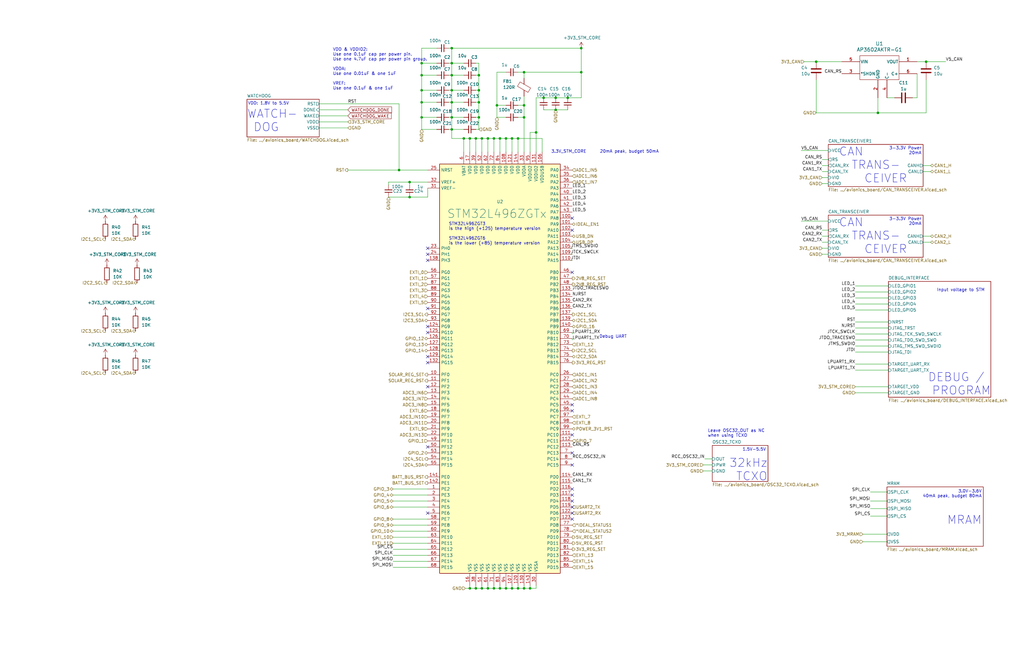
<source format=kicad_sch>
(kicad_sch (version 20231120) (generator "eeschema") (generator_version "8.0")
  (paper "B")
  (title_block (title "PMIC") (date "2020-09-08"))
  (junction (at 177.8 31.75))
  (junction (at 200.66 248.285))
  (junction (at 210.82 248.285))
  (junction (at 370.205 47.625))
  (junction (at 190.5 38.1))
  (junction (at 203.2 248.285))
  (junction (at 195.58 58.42))
  (junction (at 205.74 248.285))
  (junction (at 201.93 38.1))
  (junction (at 215.9 248.285))
  (junction (at 234.315 41.275))
  (junction (at 201.93 31.75))
  (junction (at 200.66 58.42))
  (junction (at 208.28 248.285))
  (junction (at 201.93 49.53))
  (junction (at 190.5 49.53))
  (junction (at 234.315 46.355))
  (junction (at 245.11 30.48))
  (junction (at 213.36 58.42))
  (junction (at 172.72 76.835))
  (junction (at 198.12 248.285))
  (junction (at 168.275 71.755))
  (junction (at 239.395 41.275))
  (junction (at 220.98 49.53))
  (junction (at 198.12 58.42))
  (junction (at 245.11 20.32))
  (junction (at 177.8 38.1))
  (junction (at 208.28 58.42))
  (junction (at 190.5 20.32))
  (junction (at 209.55 44.45))
  (junction (at 223.52 248.285))
  (junction (at 220.98 248.285))
  (junction (at 201.93 43.18))
  (junction (at 190.5 43.18))
  (junction (at 390.525 26.035))
  (junction (at 190.5 54.61))
  (junction (at 210.82 58.42))
  (junction (at 218.44 248.285))
  (junction (at 213.36 248.285))
  (junction (at 220.98 30.48))
  (junction (at 190.5 31.75))
  (junction (at 344.17 26.035))
  (junction (at 203.2 58.42))
  (junction (at 226.06 55.88))
  (junction (at 172.72 83.185))
  (junction (at 190.5 26.67))
  (junction (at 177.8 49.53))
  (junction (at 177.8 43.18))
  (junction (at 218.44 58.42))
  (junction (at 205.74 58.42))
  (junction (at 177.8 26.67))
  (junction (at 229.235 41.275))
  (junction (at 220.98 44.45))
  (junction (at 215.9 58.42))
  (no_connect (at 241.3 170.815))
  (no_connect (at 241.3 183.515))
  (no_connect (at 241.3 211.455))
  (no_connect (at 241.3 213.995))
  (no_connect (at 180.34 109.855))
  (no_connect (at 241.3 97.155))
  (no_connect (at 241.3 208.915))
  (no_connect (at 241.3 173.355))
  (no_connect (at 241.3 196.215))
  (no_connect (at 241.3 206.375))
  (no_connect (at 241.3 219.075))
  (no_connect (at 241.3 92.075))
  (no_connect (at 180.34 150.495))
  (no_connect (at 180.34 216.535))
  (no_connect (at 180.34 188.595))
  (no_connect (at 241.3 216.535))
  (no_connect (at 180.34 153.035))
  (no_connect (at 180.34 107.315))
  (no_connect (at 180.34 104.775))
  (no_connect (at 180.34 163.195))
  (no_connect (at 241.3 191.135))
  (no_connect (at 180.34 140.335))
  (no_connect (at 241.3 114.935))
  (no_connect (at 180.34 137.795))
  (no_connect (at 180.34 130.175))
  (wire (pts (xy 165.735 239.395) (xy 180.34 239.395)))
  (wire (pts (xy 201.93 38.1) (xy 201.93 43.18)))
  (wire (pts (xy 200.66 58.42) (xy 203.2 58.42)))
  (wire (pts (xy 208.28 248.285) (xy 210.82 248.285)))
  (wire (pts (xy 223.52 248.285) (xy 226.06 248.285)))
  (wire (pts (xy 296.545 198.755) (xy 300.355 198.755)))
  (wire (pts (xy 190.5 31.75) (xy 195.58 31.75)))
  (wire (pts (xy 190.5 54.61) (xy 190.5 58.42)))
  (wire (pts (xy 389.255 69.85) (xy 392.43 69.85)))
  (wire (pts (xy 374.65 138.43) (xy 360.68 138.43)))
  (wire (pts (xy 205.74 64.135) (xy 205.74 58.42)))
  (wire (pts (xy 190.5 31.75) (xy 190.5 38.1)))
  (wire (pts (xy 209.55 44.45) (xy 209.55 49.53)))
  (wire (pts (xy 200.66 43.18) (xy 201.93 43.18)))
  (wire (pts (xy 177.8 43.18) (xy 177.8 38.1)))
  (wire (pts (xy 339.09 26.035) (xy 344.17 26.035)))
  (wire (pts (xy 189.23 38.1) (xy 190.5 38.1)))
  (wire (pts (xy 190.5 43.18) (xy 195.58 43.18)))
  (wire (pts (xy 200.66 31.75) (xy 201.93 31.75)))
  (wire (pts (xy 226.06 41.275) (xy 229.235 41.275)))
  (wire (pts (xy 213.36 248.285) (xy 213.36 247.015)))
  (wire (pts (xy 201.93 26.67) (xy 201.93 31.75)))
  (wire (pts (xy 360.68 120.65) (xy 374.65 120.65)))
  (wire (pts (xy 165.735 213.995) (xy 180.34 213.995)))
  (wire (pts (xy 134.62 43.815) (xy 168.275 43.815)))
  (wire (pts (xy 165.735 211.455) (xy 180.34 211.455)))
  (wire (pts (xy 374.65 165.735) (xy 360.68 165.735)))
  (wire (pts (xy 377.19 41.275) (xy 374.015 41.275)))
  (wire (pts (xy 172.72 76.835) (xy 172.72 78.105)))
  (wire (pts (xy 374.65 128.27) (xy 360.68 128.27)))
  (wire (pts (xy 346.71 77.47) (xy 349.25 77.47)))
  (wire (pts (xy 346.71 97.155) (xy 349.25 97.155)))
  (wire (pts (xy 208.28 64.135) (xy 208.28 58.42)))
  (wire (pts (xy 346.71 69.85) (xy 349.25 69.85)))
  (wire (pts (xy 190.5 20.32) (xy 245.11 20.32)))
  (wire (pts (xy 337.82 93.345) (xy 349.25 93.345)))
  (wire (pts (xy 200.66 38.1) (xy 201.93 38.1)))
  (wire (pts (xy 190.5 49.53) (xy 195.58 49.53)))
  (wire (pts (xy 220.98 44.45) (xy 218.44 44.45)))
  (wire (pts (xy 223.52 248.285) (xy 220.98 248.285)))
  (wire (pts (xy 386.715 26.035) (xy 390.525 26.035)))
  (wire (pts (xy 360.68 156.21) (xy 374.65 156.21)))
  (wire (pts (xy 220.98 248.285) (xy 220.98 247.015)))
  (wire (pts (xy 374.65 130.81) (xy 360.68 130.81)))
  (wire (pts (xy 220.98 30.48) (xy 245.11 30.48)))
  (wire (pts (xy 198.12 58.42) (xy 200.66 58.42)))
  (wire (pts (xy 384.81 41.275) (xy 386.715 41.275)))
  (wire (pts (xy 200.66 248.285) (xy 203.2 248.285)))
  (wire (pts (xy 215.9 58.42) (xy 218.44 58.42)))
  (wire (pts (xy 190.5 58.42) (xy 195.58 58.42)))
  (wire (pts (xy 344.17 33.655) (xy 344.17 47.625)))
  (wire (pts (xy 177.8 38.1) (xy 184.15 38.1)))
  (wire (pts (xy 374.65 146.05) (xy 360.68 146.05)))
  (wire (pts (xy 189.23 20.32) (xy 190.5 20.32)))
  (wire (pts (xy 180.34 83.185) (xy 180.34 79.375)))
  (wire (pts (xy 172.72 83.185) (xy 180.34 83.185)))
  (wire (pts (xy 168.275 43.815) (xy 168.275 71.755)))
  (wire (pts (xy 165.735 234.315) (xy 180.34 234.315)))
  (wire (pts (xy 172.72 76.835) (xy 180.34 76.835)))
  (wire (pts (xy 346.71 104.775) (xy 349.25 104.775)))
  (wire (pts (xy 198.12 58.42) (xy 198.12 64.135)))
  (wire (pts (xy 177.8 31.75) (xy 177.8 38.1)))
  (wire (pts (xy 165.735 208.915) (xy 180.34 208.915)))
  (wire (pts (xy 226.06 41.275) (xy 226.06 55.88)))
  (wire (pts (xy 200.66 54.61) (xy 201.93 54.61)))
  (wire (pts (xy 346.71 72.39) (xy 349.25 72.39)))
  (wire (pts (xy 198.12 248.285) (xy 200.66 248.285)))
  (wire (pts (xy 146.685 71.755) (xy 168.275 71.755)))
  (wire (pts (xy 177.8 54.61) (xy 184.15 54.61)))
  (wire (pts (xy 163.83 76.835) (xy 172.72 76.835)))
  (wire (pts (xy 177.8 20.32) (xy 177.8 26.67)))
  (wire (pts (xy 226.06 55.88) (xy 226.06 64.135)))
  (wire (pts (xy 195.58 58.42) (xy 195.58 64.135)))
  (wire (pts (xy 370.205 41.275) (xy 370.205 47.625)))
  (wire (pts (xy 190.5 54.61) (xy 189.23 54.61)))
  (wire (pts (xy 374.65 125.73) (xy 360.68 125.73)))
  (wire (pts (xy 165.735 236.855) (xy 180.34 236.855)))
  (wire (pts (xy 346.71 67.31) (xy 349.25 67.31)))
  (wire (pts (xy 220.98 49.53) (xy 220.98 64.135)))
  (wire (pts (xy 363.855 225.425) (xy 374.015 225.425)))
  (wire (pts (xy 220.98 44.45) (xy 220.98 49.53)))
  (wire (pts (xy 163.83 76.835) (xy 163.83 78.105)))
  (wire (pts (xy 360.68 135.89) (xy 374.65 135.89)))
  (wire (pts (xy 360.68 153.67) (xy 374.65 153.67)))
  (wire (pts (xy 180.34 71.755) (xy 168.275 71.755)))
  (wire (pts (xy 390.525 47.625) (xy 370.205 47.625)))
  (wire (pts (xy 228.6 58.42) (xy 228.6 64.135)))
  (wire (pts (xy 203.2 248.285) (xy 205.74 248.285)))
  (wire (pts (xy 165.735 231.775) (xy 180.34 231.775)))
  (wire (pts (xy 240.665 109.855) (xy 241.3 109.855)))
  (wire (pts (xy 346.71 107.315) (xy 349.25 107.315)))
  (wire (pts (xy 386.715 31.115) (xy 386.715 41.275)))
  (wire (pts (xy 367.03 214.63) (xy 374.015 214.63)))
  (wire (pts (xy 374.65 148.59) (xy 360.68 148.59)))
  (wire (pts (xy 190.5 26.67) (xy 195.58 26.67)))
  (wire (pts (xy 177.8 49.53) (xy 177.8 43.18)))
  (wire (pts (xy 220.98 30.48) (xy 220.98 33.02)))
  (wire (pts (xy 241.3 143.51) (xy 241.3 142.875)))
  (wire (pts (xy 346.71 102.235) (xy 349.25 102.235)))
  (wire (pts (xy 208.28 58.42) (xy 210.82 58.42)))
  (wire (pts (xy 203.2 58.42) (xy 205.74 58.42)))
  (wire (pts (xy 205.74 58.42) (xy 208.28 58.42)))
  (wire (pts (xy 215.9 58.42) (xy 215.9 64.135)))
  (wire (pts (xy 213.36 58.42) (xy 215.9 58.42)))
  (wire (pts (xy 208.28 248.285) (xy 208.28 247.015)))
  (wire (pts (xy 218.44 248.285) (xy 220.98 248.285)))
  (wire (pts (xy 177.8 49.53) (xy 184.15 49.53)))
  (wire (pts (xy 190.5 31.75) (xy 189.23 31.75)))
  (wire (pts (xy 205.74 248.285) (xy 205.74 247.015)))
  (wire (pts (xy 200.66 64.135) (xy 200.66 58.42)))
  (wire (pts (xy 209.55 30.48) (xy 209.55 44.45)))
  (wire (pts (xy 184.15 26.67) (xy 177.8 26.67)))
  (wire (pts (xy 245.11 20.32) (xy 245.11 30.48)))
  (wire (pts (xy 213.36 49.53) (xy 209.55 49.53)))
  (wire (pts (xy 201.93 43.18) (xy 201.93 49.53)))
  (wire (pts (xy 177.8 26.67) (xy 177.8 31.75)))
  (wire (pts (xy 344.17 26.035) (xy 354.965 26.035)))
  (wire (pts (xy 165.735 224.155) (xy 180.34 224.155)))
  (wire (pts (xy 165.735 229.235) (xy 180.34 229.235)))
  (wire (pts (xy 245.11 41.275) (xy 245.11 30.48)))
  (wire (pts (xy 190.5 49.53) (xy 189.23 49.53)))
  (wire (pts (xy 374.015 217.805) (xy 367.03 217.805)))
  (wire (pts (xy 190.5 54.61) (xy 190.5 49.53)))
  (wire (pts (xy 200.66 49.53) (xy 201.93 49.53)))
  (wire (pts (xy 210.82 248.285) (xy 213.36 248.285)))
  (wire (pts (xy 218.44 49.53) (xy 220.98 49.53)))
  (wire (pts (xy 210.82 64.135) (xy 210.82 58.42)))
  (wire (pts (xy 190.5 38.1) (xy 190.5 43.18)))
  (wire (pts (xy 165.735 226.695) (xy 180.34 226.695)))
  (wire (pts (xy 190.5 26.67) (xy 190.5 31.75)))
  (wire (pts (xy 189.23 26.67) (xy 190.5 26.67)))
  (wire (pts (xy 240.665 107.315) (xy 241.3 107.315)))
  (wire (pts (xy 134.62 53.975) (xy 146.685 53.975)))
  (wire (pts (xy 363.855 228.6) (xy 374.015 228.6)))
  (wire (pts (xy 146.685 51.435) (xy 134.62 51.435)))
  (wire (pts (xy 215.9 248.285) (xy 215.9 247.015)))
  (wire (pts (xy 177.8 43.18) (xy 184.15 43.18)))
  (wire (pts (xy 189.23 43.18) (xy 190.5 43.18)))
  (wire (pts (xy 177.8 54.61) (xy 177.8 49.53)))
  (wire (pts (xy 201.93 31.75) (xy 201.93 38.1)))
  (wire (pts (xy 209.55 44.45) (xy 213.36 44.45)))
  (wire (pts (xy 203.2 64.135) (xy 203.2 58.42)))
  (wire (pts (xy 190.5 43.18) (xy 190.5 49.53)))
  (wire (pts (xy 165.735 206.375) (xy 180.34 206.375)))
  (wire (pts (xy 190.5 54.61) (xy 195.58 54.61)))
  (wire (pts (xy 177.8 31.75) (xy 184.15 31.75)))
  (wire (pts (xy 234.315 46.355) (xy 229.235 46.355)))
  (wire (pts (xy 213.36 248.285) (xy 215.9 248.285)))
  (wire (pts (xy 213.36 58.42) (xy 213.36 64.135)))
  (wire (pts (xy 165.735 221.615) (xy 180.34 221.615)))
  (wire (pts (xy 200.66 26.67) (xy 201.93 26.67)))
  (wire (pts (xy 389.255 99.695) (xy 392.43 99.695)))
  (wire (pts (xy 367.03 207.645) (xy 374.015 207.645)))
  (wire (pts (xy 223.52 55.88) (xy 226.06 55.88)))
  (wire (pts (xy 218.44 58.42) (xy 218.44 64.135)))
  (wire (pts (xy 190.5 38.1) (xy 195.58 38.1)))
  (wire (pts (xy 220.98 40.64) (xy 220.98 44.45)))
  (wire (pts (xy 239.395 41.275) (xy 245.11 41.275)))
  (wire (pts (xy 205.74 248.285) (xy 208.28 248.285)))
  (wire (pts (xy 229.235 41.275) (xy 234.315 41.275)))
  (wire (pts (xy 195.58 58.42) (xy 198.12 58.42)))
  (wire (pts (xy 198.12 248.285) (xy 198.12 247.015)))
  (wire (pts (xy 374.015 211.455) (xy 367.03 211.455)))
  (wire (pts (xy 146.685 48.895) (xy 134.62 48.895)))
  (wire (pts (xy 390.525 47.625) (xy 390.525 33.655)))
  (wire (pts (xy 218.44 247.015) (xy 218.44 248.285)))
  (wire (pts (xy 201.93 49.53) (xy 201.93 54.61)))
  (wire (pts (xy 374.65 123.19) (xy 360.68 123.19)))
  (wire (pts (xy 200.66 248.285) (xy 200.66 247.015)))
  (wire (pts (xy 297.18 193.675) (xy 300.355 193.675)))
  (wire (pts (xy 177.8 20.32) (xy 184.15 20.32)))
  (wire (pts (xy 389.255 72.39) (xy 392.43 72.39)))
  (wire (pts (xy 215.9 248.285) (xy 218.44 248.285)))
  (wire (pts (xy 226.06 248.285) (xy 226.06 247.015)))
  (wire (pts (xy 241.3 140.97) (xy 241.3 140.335)))
  (wire (pts (xy 190.5 20.32) (xy 190.5 26.67)))
  (wire (pts (xy 346.71 99.695) (xy 349.25 99.695)))
  (wire (pts (xy 240.665 104.775) (xy 241.3 104.775)))
  (wire (pts (xy 165.735 219.075) (xy 180.34 219.075)))
  (wire (pts (xy 370.205 47.625) (xy 344.17 47.625)))
  (wire (pts (xy 390.525 26.035) (xy 398.78 26.035)))
  (wire (pts (xy 346.71 74.93) (xy 349.25 74.93)))
  (wire (pts (xy 218.44 30.48) (xy 220.98 30.48)))
  (wire (pts (xy 239.395 46.355) (xy 234.315 46.355)))
  (wire (pts (xy 196.215 248.285) (xy 198.12 248.285)))
  (wire (pts (xy 223.52 64.135) (xy 223.52 55.88)))
  (wire (pts (xy 203.2 248.285) (xy 203.2 247.015)))
  (wire (pts (xy 146.685 46.355) (xy 134.62 46.355)))
  (wire (pts (xy 210.82 58.42) (xy 213.36 58.42)))
  (wire (pts (xy 210.82 248.285) (xy 210.82 247.015)))
  (wire (pts (xy 218.44 58.42) (xy 228.6 58.42)))
  (wire (pts (xy 296.545 196.215) (xy 300.355 196.215)))
  (wire (pts (xy 360.68 163.195) (xy 374.65 163.195)))
  (wire (pts (xy 209.55 30.48) (xy 213.36 30.48)))
  (wire (pts (xy 389.255 102.235) (xy 392.43 102.235)))
  (wire (pts (xy 234.315 41.275) (xy 239.395 41.275)))
  (wire (pts (xy 163.83 83.185) (xy 172.72 83.185)))
  (wire (pts (xy 337.82 63.5) (xy 349.25 63.5)))
  (wire (pts (xy 374.65 140.97) (xy 360.68 140.97)))
  (wire (pts (xy 223.52 247.015) (xy 223.52 248.285)))
  (wire (pts (xy 374.65 143.51) (xy 360.68 143.51)))
  (text "3-3.3V Power\n20mA" (at 388.62 65.405 0) (effects (font (size 1.27 1.27)) (justify right bottom)))
  (text "VDD & VDDIO2:\nUse one 0.1uF cap per power pin.\nUse one 4.7uF cap per power pin group.\n\nVDDA: \nUse one 0.01uF & one 1uF\n\nVREF: \nUse one 0.1uF & one 1uF" (at 140.335 38.1 0) (effects (font (size 1.27 1.27)) (justify left bottom)))
  (text "CAN \n  TRANS-\n    CEIVER" (at 353.695 107.315 0) (effects (font (size 3.5052 3.5052)) (justify left bottom)))
  (text "1.5V-5.5V " (at 313.055 190.5 0) (effects (font (size 1.27 1.27)) (justify left bottom)))
  (text "DEBUG / \nPROGRAM" (at 417.83 167.005 0) (effects (font (size 3.5052 3.5052)) (justify right bottom)))
  (text "3.3V_STM_CORE      20mA peak, budget 50mA" (at 232.41 64.77 0) (effects (font (size 1.27 1.27)) (justify left bottom)))
  (text "Debug UART" (at 252.73 142.875 0) (effects (font (size 1.27 1.27)) (justify left bottom)))
  (text "VDD: 1.8V to 5.5V" (at 121.92 44.45 0) (effects (font (size 1.27 1.27)) (justify right bottom)))
  (text "Input voltage to STM\n" (at 415.29 123.19 0) (effects (font (size 1.27 1.27)) (justify right bottom)))
  (text "Leave OSC32_OUT as NC \nwhen using TCXO\n\n" (at 298.45 186.69 0) (effects (font (size 1.27 1.27)) (justify left bottom)))
  (text "WATCH- \n DOG" (at 104.14 55.88 0) (effects (font (size 3.5052 3.5052)) (justify left bottom)))
  (text "MRAM" (at 414.02 221.615 0) (effects (font (size 3.5052 3.5052)) (justify right bottom)))
  (text "CAN \n  TRANS-\n    CEIVER" (at 353.695 77.47 0) (effects (font (size 3.5052 3.5052)) (justify left bottom)))
  (text "STM32L496ZGT3 \nis the high (+125) temperature version\n\nSTM32L496ZGT6\nis the lower (+85) temperature version" (at 189.23 103.505 0) (effects (font (size 1.27 1.27)) (justify left bottom)))
  (text "3.0V-3.6V\n40mA peak, budget 80mA" (at 414.02 210.185 0) (effects (font (size 1.27 1.27)) (justify right bottom)))
  (text "32kHz \nTCXO " (at 326.39 203.2 0) (effects (font (size 3.5052 3.5052)) (justify right bottom)))
  (text "3-3.3V Power\n20mA" (at 388.62 95.25 0) (effects (font (size 1.27 1.27)) (justify right bottom)))
  (label "CAN2_RX" (at 241.3 127.635 0))
  (label "LPUART1_RX" (at 241.3 140.97 0))
  (label "JTDO_TRACESWO" (at 241.3 122.555 0))
  (label "SPI_MISO" (at 367.03 214.63 180))
  (label "LED_4" (at 360.68 128.27 180))
  (label "LED_1" (at 360.68 120.65 180))
  (label "SPI_CS" (at 367.03 217.805 180))
  (label "CAN_RS" (at 354.965 31.115 180))
  (label "CAN2_TX" (at 241.3 130.175 0))
  (label "JTMS_SWDIO" (at 240.665 104.775 0))
  (label "LED_3" (at 360.68 125.73 180))
  (label "SPI_CLK" (at 367.03 207.645 180))
  (label "LED_5" (at 241.3 89.535 0))
  (label "CAN_RS" (at 346.71 97.155 180))
  (label "RCC_OSC32_IN" (at 241.3 193.675 0))
  (label "LED_5" (at 360.68 130.81 180))
  (label "CAN2_TX" (at 346.71 102.235 180))
  (label "NJRST" (at 241.3 125.095 0))
  (label "SPI_MOSI" (at 367.03 211.455 180))
  (label "CAN1_RX" (at 346.71 69.85 180))
  (label "JTDI" (at 240.665 109.855 0))
  (label "LPUART1_TX" (at 360.68 156.21 180))
  (label "RST" (at 360.68 135.89 180))
  (label "LED_2" (at 360.68 123.19 180))
  (label "RCC_OSC32_IN" (at 297.18 193.675 180))
  (label "LED_1" (at 241.3 79.375 0))
  (label "JTDI" (at 360.68 148.59 180))
  (label "CAN1_RX" (at 241.3 201.295 0))
  (label "LED_4" (at 241.3 86.995 0))
  (label "LED_2" (at 241.3 81.915 0))
  (label "LPUART1_RX" (at 360.68 153.67 180))
  (label "SPI_MISO" (at 165.735 236.855 180))
  (label "JTCK_SWCLK" (at 360.68 140.97 180))
  (label "CAN_RS" (at 346.71 67.31 180))
  (label "JTCK_SWCLK" (at 240.665 107.315 0))
  (label "V5_CAN" (at 337.82 63.5 0))
  (label "V5_CAN" (at 398.78 26.035 0))
  (label "LED_3" (at 241.3 84.455 0))
  (label "CAN1_TX" (at 241.3 203.835 0))
  (label "JTMS_SWDIO" (at 360.68 146.05 180))
  (label "CAN1_TX" (at 346.71 72.39 180))
  (label "NJRST" (at 360.68 138.43 180))
  (label "SPI_CLK" (at 165.735 234.315 180))
  (label "LPUART1_TX" (at 241.3 143.51 0))
  (label "CAN_RS" (at 241.3 188.595 0))
  (label "CAN2_RX" (at 346.71 99.695 180))
  (label "SPI_CS" (at 165.735 231.775 180))
  (label "V5_CAN" (at 337.82 93.345 0))
  (label "JTDO_TRACESWO" (at 360.68 143.51 180))
  (label "RST" (at 146.685 43.815 0))
  (label "SPI_MOSI" (at 165.735 239.395 180))
  (global_label "WATCHDOG_WAKE" (shape input) (at 146.685 48.895 0) (property "Intersheetrefs" "${INTERSHEET_REFS}" (effects (hide yes))))
  (global_label "WATCHDOG_DONE" (shape input) (at 146.685 46.355 0) (property "Intersheetrefs" "${INTERSHEET_REFS}" (effects (hide yes))))
  (hierarchical_label "*IDEAL_STATUS1" (shape input) (at 241.3 221.615 0))
  (hierarchical_label "3V3_STM_CORE" (shape input) (at 360.68 163.195 180))
  (hierarchical_label "USART2_RX" (shape input) (at 241.3 216.535 0))
  (hierarchical_label "GND" (shape input) (at 201.93 54.61 0))
  (hierarchical_label "I2C1_SDA" (shape bidirectional) (at 57.15 100.965 180))
  (hierarchical_label "ADC1_IN8" (shape input) (at 241.3 168.275 0))
  (hierarchical_label "USART2_TX" (shape input) (at 241.3 213.995 0))
  (hierarchical_label "GPIO_13" (shape bidirectional) (at 180.34 145.415 180))
  (hierarchical_label "*IDEAL_STATUS2" (shape input) (at 241.3 224.155 0))
  (hierarchical_label "I2C2_SCL" (shape output) (at 241.3 147.955 0))
  (hierarchical_label "EXTI_2" (shape input) (at 180.34 120.015 180))
  (hierarchical_label "ADC3_IN11" (shape input) (at 180.34 178.435 180))
  (hierarchical_label "GPIO_16" (shape bidirectional) (at 241.3 137.795 0))
  (hierarchical_label "I2C3_SDA" (shape bidirectional) (at 57.15 139.7 180))
  (hierarchical_label "I2C1_SCL" (shape output) (at 241.3 132.715 0))
  (hierarchical_label "GPIO_3" (shape bidirectional) (at 165.735 206.375 180))
  (hierarchical_label "I2C3_SDA" (shape bidirectional) (at 180.34 135.255 180))
  (hierarchical_label "EXTI_3" (shape input) (at 180.34 122.555 180))
  (hierarchical_label "I2C3_SCL" (shape output) (at 180.34 132.715 180))
  (hierarchical_label "RST" (shape output) (at 146.685 71.755 180))
  (hierarchical_label "GND" (shape input) (at 196.215 248.285 180))
  (hierarchical_label "EXTI_5" (shape input) (at 180.34 127.635 180))
  (hierarchical_label "EXTI_7" (shape input) (at 241.3 175.895 0))
  (hierarchical_label "SOLAR_REG_SET" (shape output) (at 180.34 158.115 180))
  (hierarchical_label "GPIO_7" (shape input) (at 241.3 186.055 0))
  (hierarchical_label "GND" (shape input) (at 177.8 54.61 270))
  (hierarchical_label "CAN1_L" (shape bidirectional) (at 392.43 72.39 0))
  (hierarchical_label "EXTI_12" (shape input) (at 241.3 145.415 0))
  (hierarchical_label "I2C4_SCL" (shape output) (at 44.45 157.48 180))
  (hierarchical_label "ADC3_IN13" (shape input) (at 180.34 183.515 180))
  (hierarchical_label "BATT_BUS_SET" (shape output) (at 180.34 203.835 180))
  (hierarchical_label "EXTI_10" (shape input) (at 165.735 226.695 180))
  (hierarchical_label "USB_DN" (shape bidirectional) (at 241.3 99.695 0))
  (hierarchical_label "GPIO_4" (shape bidirectional) (at 165.735 208.915 180))
  (hierarchical_label "POWER_3V1_RST" (shape bidirectional) (at 241.3 180.975 0))
  (hierarchical_label "EXTI_13" (shape input) (at 241.3 234.315 0))
  (hierarchical_label "3V3_CAN" (shape input) (at 346.71 74.93 180))
  (hierarchical_label "ADC3_IN10" (shape input) (at 180.34 175.895 180))
  (hierarchical_label "3V3_CAN" (shape input) (at 339.09 26.035 180))
  (hierarchical_label "3V3_CAN" (shape input) (at 346.71 104.775 180))
  (hierarchical_label "I2C1_SCL" (shape output) (at 44.45 100.965 180))
  (hierarchical_label "GPIO_2" (shape bidirectional) (at 180.34 191.135 180))
  (hierarchical_label "ADC3_IN8" (shape input) (at 180.34 170.815 180))
  (hierarchical_label "GPIO_9" (shape bidirectional) (at 165.735 221.615 180))
  (hierarchical_label "2V8_REG_RST" (shape output) (at 241.3 120.015 0))
  (hierarchical_label "CAN2_H" (shape bidirectional) (at 392.43 99.695 0))
  (hierarchical_label "EXTI_6" (shape input) (at 180.34 173.355 180))
  (hierarchical_label "EXTI_0" (shape input) (at 180.34 114.935 180))
  (hierarchical_label "EXTI_15" (shape input) (at 241.3 239.395 0))
  (hierarchical_label "GND" (shape input) (at 146.685 53.975 0))
  (hierarchical_label "GND" (shape input) (at 234.315 46.355 270))
  (hierarchical_label "GND" (shape input) (at 363.855 228.6 180))
  (hierarchical_label "EXTI_8" (shape input) (at 241.3 178.435 0))
  (hierarchical_label "GPIO_14" (shape bidirectional) (at 180.34 147.955 180))
  (hierarchical_label "GPIO_1" (shape input) (at 180.34 186.055 180))
  (hierarchical_label "EXTI_4" (shape input) (at 180.34 125.095 180))
  (hierarchical_label "GND" (shape input) (at 360.68 165.735 180))
  (hierarchical_label "GPIO_10" (shape bidirectional) (at 165.735 224.155 180))
  (hierarchical_label "GPIO_5" (shape bidirectional) (at 165.735 211.455 180))
  (hierarchical_label "GPIO_6" (shape bidirectional) (at 165.735 213.995 180))
  (hierarchical_label "GPIO_12" (shape bidirectional) (at 180.34 142.875 180))
  (hierarchical_label "GND" (shape input) (at 346.71 77.47 180))
  (hierarchical_label "ADC3_IN6" (shape input) (at 180.34 165.735 180))
  (hierarchical_label "SOLAR_REG_RST" (shape output) (at 180.34 160.655 180))
  (hierarchical_label "3V3_STM_CORE" (shape input) (at 146.685 51.435 0))
  (hierarchical_label "3V3_STM_CORE" (shape input) (at 296.545 196.215 180))
  (hierarchical_label "ADC1_IN5" (shape input) (at 241.3 71.755 0))
  (hierarchical_label "I2C1_SDA" (shape bidirectional) (at 241.3 135.255 0))
  (hierarchical_label "ADC1_IN1" (shape input) (at 241.3 158.115 0))
  (hierarchical_label "EXTI_14" (shape input) (at 241.3 236.855 0))
  (hierarchical_label "EXTI_1" (shape input) (at 180.34 117.475 180))
  (hierarchical_label "GND" (shape input) (at 296.545 198.755 180))
  (hierarchical_label "5V_REG_SET" (shape output) (at 241.3 226.695 0))
  (hierarchical_label "I2C4_SDA" (shape bidirectional) (at 180.34 196.215 180))
  (hierarchical_label "I2C2_SDA" (shape bidirectional) (at 241.3 150.495 0))
  (hierarchical_label "I2C4_SCL" (shape output) (at 180.34 193.675 180))
  (hierarchical_label "GPIO_8" (shape bidirectional) (at 165.735 219.075 180))
  (hierarchical_label "ADC1_IN2" (shape input) (at 241.3 160.655 0))
  (hierarchical_label "3V3_MRAM" (shape input) (at 363.855 225.425 180))
  (hierarchical_label "CAN1_H" (shape bidirectional) (at 392.43 69.85 0))
  (hierarchical_label "I2C2_SDA" (shape bidirectional) (at 57.785 119.38 180))
  (hierarchical_label "CAN2_L" (shape bidirectional) (at 392.43 102.235 0))
  (hierarchical_label "ADC1_IN3" (shape input) (at 241.3 163.195 0))
  (hierarchical_label "5V_REG_RST" (shape output) (at 241.3 229.235 0))
  (hierarchical_label "BATT_BUS_RST" (shape output) (at 180.34 201.295 180))
  (hierarchical_label "IDEAL_EN1" (shape bidirectional) (at 241.3 94.615 0))
  (hierarchical_label "2V8_REG_SET" (shape output) (at 241.3 117.475 0))
  (hierarchical_label "I2C4_SDA" (shape bidirectional) (at 57.15 157.48 180))
  (hierarchical_label "ADC1_IN7" (shape input) (at 241.3 76.835 0))
  (hierarchical_label "GND" (shape input) (at 346.71 107.315 180))
  (hierarchical_label "ADC1_IN4" (shape input) (at 241.3 165.735 0))
  (hierarchical_label "GND" (shape input) (at 163.83 83.185 270))
  (hierarchical_label "3V3_REG_RST" (shape output) (at 241.3 153.035 0))
  (hierarchical_label "3V3_REG_SET" (shape output) (at 241.3 231.775 0))
  (hierarchical_label "GND" (shape input) (at 344.17 47.625 180))
  (hierarchical_label "EXTI_9" (shape input) (at 180.34 180.975 180))
  (hierarchical_label "USB_DP" (shape bidirectional) (at 241.3 102.235 0))
  (hierarchical_label "ADC1_IN6" (shape input) (at 241.3 74.295 0))
  (hierarchical_label "I2C2_SCL" (shape output) (at 45.085 119.38 180))
  (hierarchical_label "ADC3_IN7" (shape input) (at 180.34 168.275 180))
  (hierarchical_label "EXTI_11" (shape input) (at 165.735 229.235 180))
  (hierarchical_label "GND" (shape input) (at 209.55 49.53 270))
  (hierarchical_label "I2C3_SCL" (shape output) (at 44.45 139.7 180))
  (symbol (lib_id "EPS-rescue:STM32L496ZGTx-MCU_ST_STM32L4") (at 210.82 155.575 0) (unit 1)
    (property "Reference" "U2" (at 210.82 85.09 0))
    (property "Value" "STM32L496ZGTx" (at 209.55 90.17 0) (effects (font (size 3.5052 3.5052))))
    (property "Footprint" "Package_QFP:LQFP-144_20x20mm_P0.5mm" (effects (hide yes)))
    (property "Datasheet" "http://www.st.com/st-web-ui/static/active/en/resource/technical/document/datasheet/DM00284211.pdf" (effects (hide yes)))
    (property "Mfr. #" "STM32L496ZGT3" (effects (hide yes)))
    (property "Order" "https://www.digikey.com/product-detail/en/stmicroelectronics/STM32L496ZGT3/497-17177-ND/6709882" (effects (hide yes)))
  )
  (symbol (lib_id "Device:C_Small") (at 186.69 43.18 270) (unit 1)
    (property "Reference" "C12" (at 188.595 40.64 90))
    (property "Value" "100n" (at 183.515 40.005 90))
    (property "Footprint" "Capacitor_SMD:C_0402_1005Metric_Pad0.74x0.62mm_HandSolder" (effects (hide yes)))
    (property "Description" "Unpolarized capacitor, small symbol" (effects (hide yes)))
    (property "Mfr. #" "CL10B104KA8NNNC" (effects (hide yes)))
    (property "Order" "https://www.digikey.com/product-detail/en/samsung-electro-mechanics/CL10B104KA8NNNC/1276-1006-1-ND/3889092" (effects (hide yes)))
    (property "Voltage" "25V" (effects (hide yes)))
  )
  (symbol (lib_id "EPS-rescue:+3.3V-power") (at 45.085 111.76 0) (unit 1)
    (property "Reference" "#PWR057" (effects (hide yes)))
    (property "Value" "+3V3_STM_CORE" (at 45.466 107.3658 0))
  )
  (symbol (lib_id "Device:C_Small") (at 198.12 31.75 270) (unit 1)
    (property "Reference" "C8" (at 200.025 29.21 90))
    (property "Value" "10u" (at 194.945 28.575 90))
    (property "Footprint" "Capacitor_SMD:C_0603_1608Metric_Pad1.08x0.95mm_HandSolder" (effects (hide yes)))
    (property "Description" "Unpolarized capacitor, small symbol" (effects (hide yes)))
    (property "Mfr. #" "C1608X7S1A475K080AC" (effects (hide yes)))
    (property "Order" "https://www.digikey.com/product-detail/en/tdk-corporation/C1608X7S1A475K080AC/445-14258-1-ND/3955924" (effects (hide yes)))
    (property "Voltage" "10V" (effects (hide yes)))
  )
  (symbol (lib_id "Device:FerriteBead") (at 220.98 36.83 0) (unit 1)
    (property "Reference" "FB1" (at 212.09 34.29 0) (effects (justify left)))
    (property "Value" "120R" (at 212.09 36.83 0) (effects (justify left)))
    (property "Footprint" "Inductor_SMD:L_0603_1608Metric_Pad1.05x0.95mm_HandSolder" (effects (hide yes)))
    (property "Description" "Ferrite bead" (effects (hide yes)))
  )
  (symbol (lib_id "Device:C_Small") (at 186.69 20.32 270) (unit 1)
    (property "Reference" "C1" (at 188.595 17.78 90))
    (property "Value" "100n" (at 183.515 17.145 90))
    (property "Footprint" "Capacitor_SMD:C_0402_1005Metric_Pad0.74x0.62mm_HandSolder" (effects (hide yes)))
    (property "Description" "Unpolarized capacitor, small symbol" (effects (hide yes)))
    (property "Mfr. #" "CL10B104KA8NNNC" (effects (hide yes)))
    (property "Order" "https://www.digikey.com/product-detail/en/samsung-electro-mechanics/CL10B104KA8NNNC/1276-1006-1-ND/3889092" (effects (hide yes)))
    (property "Voltage" "25V" (effects (hide yes)))
  )
  (symbol (lib_id "Device:R") (at 44.45 97.155 0) (unit 1)
    (property "Reference" "R40" (at 46.99 95.8849 0) (effects (justify left)))
    (property "Value" "10K" (at 46.99 98.4249 0) (effects (justify left)))
    (property "Footprint" "Project:R_0201_0603Metric" (effects (hide yes)))
    (property "Description" "Resistor" (effects (hide yes)))
  )
  (symbol (lib_id "Device:C_Small") (at 198.12 38.1 270) (unit 1)
    (property "Reference" "C10" (at 200.025 35.56 90))
    (property "Value" "100n" (at 194.945 34.925 90))
    (property "Footprint" "Capacitor_SMD:C_0402_1005Metric_Pad0.74x0.62mm_HandSolder" (effects (hide yes)))
    (property "Description" "Unpolarized capacitor, small symbol" (effects (hide yes)))
    (property "Mfr. #" "CL10B104KA8NNNC" (effects (hide yes)))
    (property "Order" "https://www.digikey.com/product-detail/en/samsung-electro-mechanics/CL10B104KA8NNNC/1276-1006-1-ND/3889092" (effects (hide yes)))
    (property "Voltage" "25V" (effects (hide yes)))
  )
  (symbol (lib_id "Device:R") (at 57.785 115.57 0) (unit 1)
    (property "Reference" "R43" (at 60.325 114.2999 0) (effects (justify left)))
    (property "Value" "10K" (at 60.325 116.8399 0) (effects (justify left)))
    (property "Footprint" "Project:R_0201_0603Metric" (effects (hide yes)))
    (property "Description" "Resistor" (effects (hide yes)))
  )
  (symbol (lib_id "Device:C_Small") (at 186.69 31.75 270) (unit 1)
    (property "Reference" "C7" (at 188.595 29.21 90))
    (property "Value" "100n" (at 183.515 28.575 90))
    (property "Footprint" "Capacitor_SMD:C_0402_1005Metric_Pad0.74x0.62mm_HandSolder" (effects (hide yes)))
    (property "Description" "Unpolarized capacitor, small symbol" (effects (hide yes)))
    (property "Mfr. #" "CL10B104KA8NNNC" (effects (hide yes)))
    (property "Order" "https://www.digikey.com/product-detail/en/samsung-electro-mechanics/CL10B104KA8NNNC/1276-1006-1-ND/3889092" (effects (hide yes)))
    (property "Voltage" "25V" (effects (hide yes)))
  )
  (symbol (lib_id "Device:C_Small") (at 215.9 30.48 270) (unit 1)
    (property "Reference" "C6" (at 217.805 27.94 90))
    (property "Value" "1u" (at 212.725 27.305 90))
    (property "Footprint" "Capacitor_SMD:C_0603_1608Metric_Pad1.08x0.95mm_HandSolder" (effects (hide yes)))
    (property "Description" "Unpolarized capacitor, small symbol" (effects (hide yes)))
    (property "Mfr. #" "CL10B105KP8NFNC" (effects (hide yes)))
    (property "Order" "https://www.digikey.com/product-detail/en/samsung-electro-mechanics/CL10B105KP8NFNC/1276-1945-1-ND/3890031" (effects (hide yes)))
    (property "Voltage" "10V" (effects (hide yes)))
  )
  (symbol (lib_id "Device:C_Small") (at 215.9 49.53 270) (unit 1)
    (property "Reference" "C20" (at 218.44 46.99 90))
    (property "Value" "100n" (at 212.725 46.355 90))
    (property "Footprint" "Capacitor_SMD:C_0402_1005Metric_Pad0.74x0.62mm_HandSolder" (effects (hide yes)))
    (property "Description" "Unpolarized capacitor, small symbol" (effects (hide yes)))
    (property "Mfr. #" "CL10B103KB8NNNC" (effects (hide yes)))
    (property "Order" "https://www.digikey.com/en/products/detail/samsung-electro-mechanics/CL10B103KB8NNNC/3886667" (effects (hide yes)))
    (property "Voltage" "50V" (effects (hide yes)))
  )
  (symbol (lib_id "EPS-rescue:+3.3V-power") (at 57.15 149.86 0) (unit 1)
    (property "Reference" "#PWR062" (effects (hide yes)))
    (property "Value" "+3V3_STM_CORE" (at 57.531 145.4658 0))
  )
  (symbol (lib_id "Device:C_Small") (at 198.12 49.53 270) (unit 1)
    (property "Reference" "C19" (at 200.025 46.99 90))
    (property "Value" "100n" (at 194.945 46.355 90))
    (property "Footprint" "Capacitor_SMD:C_0402_1005Metric_Pad0.74x0.62mm_HandSolder" (effects (hide yes)))
    (property "Description" "Unpolarized capacitor, small symbol" (effects (hide yes)))
    (property "Mfr. #" "CL10B104KA8NNNC" (effects (hide yes)))
    (property "Order" "https://www.digikey.com/product-detail/en/samsung-electro-mechanics/CL10B104KA8NNNC/1276-1006-1-ND/3889092" (effects (hide yes)))
    (property "Voltage" "25V" (effects (hide yes)))
  )
  (symbol (lib_id "EPS-rescue:+3.3V-power") (at 57.785 111.76 0) (unit 1)
    (property "Reference" "#PWR058" (effects (hide yes)))
    (property "Value" "+3V3_STM_CORE" (at 58.166 107.3658 0))
  )
  (symbol (lib_id "Device:C_Small") (at 198.12 43.18 270) (unit 1)
    (property "Reference" "C13" (at 200.025 40.64 90))
    (property "Value" "100n" (at 194.945 40.005 90))
    (property "Footprint" "Capacitor_SMD:C_0402_1005Metric_Pad0.74x0.62mm_HandSolder" (effects (hide yes)))
    (property "Description" "Unpolarized capacitor, small symbol" (effects (hide yes)))
    (property "Mfr. #" "CL10B104KA8NNNC" (effects (hide yes)))
    (property "Order" "https://www.digikey.com/product-detail/en/samsung-electro-mechanics/CL10B104KA8NNNC/1276-1006-1-ND/3889092" (effects (hide yes)))
    (property "Voltage" "25V" (effects (hide yes)))
  )
  (symbol (lib_id "EPS-rescue:+3.3V-power") (at 245.11 20.32 0) (unit 1)
    (property "Reference" "#PWR054" (effects (hide yes)))
    (property "Value" "+3V3_STM_CORE" (at 245.491 15.9258 0))
  )
  (symbol (lib_id "Device:R") (at 44.45 153.67 0) (unit 1)
    (property "Reference" "R46" (at 46.99 152.3999 0) (effects (justify left)))
    (property "Value" "10K" (at 46.99 154.9399 0) (effects (justify left)))
    (property "Footprint" "Project:R_0201_0603Metric" (effects (hide yes)))
    (property "Description" "Resistor" (effects (hide yes)))
  )
  (symbol (lib_id "Device:C_Small") (at 239.395 43.815 0) (mirror x) (unit 1)
    (property "Reference" "C16" (at 238.76 37.465 0))
    (property "Value" "10u" (at 239.395 40.005 0))
    (property "Footprint" "Capacitor_SMD:C_0603_1608Metric_Pad1.08x0.95mm_HandSolder" (effects (hide yes)))
    (property "Description" "Unpolarized capacitor, small symbol" (effects (hide yes)))
    (property "Mfr. #" "C1608X7S1A475K080AC" (effects (hide yes)))
    (property "Order" "https://www.digikey.com/product-detail/en/tdk-corporation/C1608X7S1A475K080AC/445-14258-1-ND/3955924" (effects (hide yes)))
    (property "Voltage" "10V" (effects (hide yes)))
  )
  (symbol (lib_id "Device:C") (at 390.525 29.845 0) (unit 1)
    (property "Reference" "C5" (at 393.7 28.5749 0) (effects (justify left)))
    (property "Value" "10u" (at 393.7 31.1149 0) (effects (justify left)))
    (property "Footprint" "Capacitor_SMD:C_0603_1608Metric_Pad1.08x0.95mm_HandSolder" (effects (hide yes)))
    (property "Description" "Unpolarized capacitor" (effects (hide yes)))
  )
  (symbol (lib_id "Project:AP3602AKTR-G1") (at 354.965 26.035 0) (unit 1)
    (property "Reference" "U1" (at 370.84 18.415 0) (effects (font (size 1.524 1.524))))
    (property "Value" "AP3602AKTR-G1" (at 370.84 20.955 0) (effects (font (size 1.524 1.524))))
    (property "Footprint" "Package_TO_SOT_SMD:SOT-23-6_Handsoldering" (effects (hide yes)))
    (property "Datasheet" "AP3602AKTR-G1" (effects (hide yes)))
  )
  (symbol (lib_id "Device:C_Small") (at 198.12 26.67 270) (unit 1)
    (property "Reference" "C3" (at 200.025 24.13 90))
    (property "Value" "10u" (at 194.945 23.495 90))
    (property "Footprint" "Capacitor_SMD:C_0603_1608Metric_Pad1.08x0.95mm_HandSolder" (effects (hide yes)))
    (property "Description" "Unpolarized capacitor, small symbol" (effects (hide yes)))
    (property "Mfr. #" "C1608X7S1A475K080AC" (effects (hide yes)))
    (property "Order" "https://www.digikey.com/product-detail/en/tdk-corporation/C1608X7S1A475K080AC/445-14258-1-ND/3955924" (effects (hide yes)))
    (property "Voltage" "10V" (effects (hide yes)))
  )
  (symbol (lib_id "Device:C_Small") (at 163.83 80.645 180) (unit 1)
    (property "Reference" "C23" (at 167.64 80.645 0))
    (property "Value" "100n" (at 167.64 78.74 0))
    (property "Footprint" "Capacitor_SMD:C_0402_1005Metric_Pad0.74x0.62mm_HandSolder" (effects (hide yes)))
    (property "Description" "Unpolarized capacitor, small symbol" (effects (hide yes)))
    (property "Mfr. #" "CL10B103KB8NNNC" (effects (hide yes)))
    (property "Order" "https://www.digikey.com/en/products/detail/samsung-electro-mechanics/CL10B103KB8NNNC/3886667" (effects (hide yes)))
    (property "Voltage" "50V" (effects (hide yes)))
  )
  (symbol (lib_id "Device:R") (at 44.45 135.89 0) (unit 1)
    (property "Reference" "R44" (at 46.99 134.6199 0) (effects (justify left)))
    (property "Value" "10K" (at 46.99 137.1599 0) (effects (justify left)))
    (property "Footprint" "Project:R_0201_0603Metric" (effects (hide yes)))
    (property "Description" "Resistor" (effects (hide yes)))
  )
  (symbol (lib_id "Device:C_Small") (at 172.72 80.645 180) (unit 1)
    (property "Reference" "C24" (at 176.53 80.645 0))
    (property "Value" "1u" (at 177.165 78.74 0))
    (property "Footprint" "Capacitor_SMD:C_0603_1608Metric_Pad1.08x0.95mm_HandSolder" (effects (hide yes)))
    (property "Description" "Unpolarized capacitor, small symbol" (effects (hide yes)))
    (property "Mfr. #" "CL10B103KB8NNNC" (effects (hide yes)))
    (property "Order" "https://www.digikey.com/en/products/detail/samsung-electro-mechanics/CL10B103KB8NNNC/3886667" (effects (hide yes)))
    (property "Voltage" "50V" (effects (hide yes)))
  )
  (symbol (lib_id "Device:C_Small") (at 186.69 26.67 270) (unit 1)
    (property "Reference" "C2" (at 188.595 24.13 90))
    (property "Value" "100n" (at 183.515 23.495 90))
    (property "Footprint" "Capacitor_SMD:C_0402_1005Metric_Pad0.74x0.62mm_HandSolder" (effects (hide yes)))
    (property "Description" "Unpolarized capacitor, small symbol" (effects (hide yes)))
    (property "Mfr. #" "CL10B104KA8NNNC" (effects (hide yes)))
    (property "Order" "https://www.digikey.com/product-detail/en/samsung-electro-mechanics/CL10B104KA8NNNC/1276-1006-1-ND/3889092" (effects (hide yes)))
    (property "Voltage" "25V" (effects (hide yes)))
  )
  (symbol (lib_id "EPS-rescue:+3.3V-power") (at 57.15 132.08 0) (unit 1)
    (property "Reference" "#PWR060" (effects (hide yes)))
    (property "Value" "+3V3_STM_CORE" (at 57.531 127.6858 0))
  )
  (symbol (lib_id "Device:C_Small") (at 215.9 44.45 270) (unit 1)
    (property "Reference" "C17" (at 217.805 41.91 90))
    (property "Value" "1u" (at 212.725 41.275 90))
    (property "Footprint" "Capacitor_SMD:C_0603_1608Metric_Pad1.08x0.95mm_HandSolder" (effects (hide yes)))
    (property "Description" "Unpolarized capacitor, small symbol" (effects (hide yes)))
    (property "Mfr. #" "CL10B105KP8NFNC" (effects (hide yes)))
    (property "Order" "https://www.digikey.com/product-detail/en/samsung-electro-mechanics/CL10B105KP8NFNC/1276-1945-1-ND/3890031" (effects (hide yes)))
    (property "Voltage" "10V" (effects (hide yes)))
  )
  (symbol (lib_id "Device:C_Small") (at 229.235 43.815 0) (mirror x) (unit 1)
    (property "Reference" "C14" (at 228.6 37.465 0))
    (property "Value" "100n" (at 228.6 40.005 0))
    (property "Footprint" "Capacitor_SMD:C_0402_1005Metric_Pad0.74x0.62mm_HandSolder" (effects (hide yes)))
    (property "Description" "Unpolarized capacitor, small symbol" (effects (hide yes)))
    (property "Mfr. #" "CL10B104KA8NNNC" (effects (hide yes)))
    (property "Order" "https://www.digikey.com/product-detail/en/samsung-electro-mechanics/CL10B104KA8NNNC/1276-1006-1-ND/3889092" (effects (hide yes)))
    (property "Voltage" "25V" (effects (hide yes)))
  )
  (symbol (lib_id "EPS-rescue:+3.3V-power") (at 57.15 93.345 0) (unit 1)
    (property "Reference" "#PWR056" (effects (hide yes)))
    (property "Value" "+3V3_STM_CORE" (at 57.531 88.9508 0))
  )
  (symbol (lib_id "Device:C_Small") (at 198.12 54.61 270) (unit 1)
    (property "Reference" "C22" (at 200.025 52.07 90))
    (property "Value" "100n" (at 194.945 51.435 90))
    (property "Footprint" "Capacitor_SMD:C_0402_1005Metric_Pad0.74x0.62mm_HandSolder" (effects (hide yes)))
    (property "Description" "Unpolarized capacitor, small symbol" (effects (hide yes)))
    (property "Mfr. #" "CL10B104KA8NNNC" (effects (hide yes)))
    (property "Order" "https://www.digikey.com/product-detail/en/samsung-electro-mechanics/CL10B104KA8NNNC/1276-1006-1-ND/3889092" (effects (hide yes)))
    (property "Voltage" "25V" (effects (hide yes)))
  )
  (symbol (lib_id "Device:C_Small") (at 186.69 38.1 270) (unit 1)
    (property "Reference" "C9" (at 188.595 35.56 90))
    (property "Value" "100n" (at 183.515 34.925 90))
    (property "Footprint" "Capacitor_SMD:C_0402_1005Metric_Pad0.74x0.62mm_HandSolder" (effects (hide yes)))
    (property "Description" "Unpolarized capacitor, small symbol" (effects (hide yes)))
    (property "Mfr. #" "CL10B104KA8NNNC" (effects (hide yes)))
    (property "Order" "https://www.digikey.com/product-detail/en/samsung-electro-mechanics/CL10B104KA8NNNC/1276-1006-1-ND/3889092" (effects (hide yes)))
    (property "Voltage" "25V" (effects (hide yes)))
  )
  (symbol (lib_id "Device:R") (at 57.15 135.89 0) (unit 1)
    (property "Reference" "R45" (at 59.69 134.6199 0) (effects (justify left)))
    (property "Value" "10K" (at 59.69 137.1599 0) (effects (justify left)))
    (property "Footprint" "Project:R_0201_0603Metric" (effects (hide yes)))
    (property "Description" "Resistor" (effects (hide yes)))
  )
  (symbol (lib_id "Device:R") (at 57.15 153.67 0) (unit 1)
    (property "Reference" "R47" (at 59.69 152.3999 0) (effects (justify left)))
    (property "Value" "10K" (at 59.69 154.9399 0) (effects (justify left)))
    (property "Footprint" "Project:R_0201_0603Metric" (effects (hide yes)))
    (property "Description" "Resistor" (effects (hide yes)))
  )
  (symbol (lib_id "EPS-rescue:+3.3V-power") (at 44.45 132.08 0) (unit 1)
    (property "Reference" "#PWR059" (effects (hide yes)))
    (property "Value" "+3V3_STM_CORE" (at 44.831 127.6858 0))
  )
  (symbol (lib_id "EPS-rescue:+3.3V-power") (at 44.45 149.86 0) (unit 1)
    (property "Reference" "#PWR061" (effects (hide yes)))
    (property "Value" "+3V3_STM_CORE" (at 44.831 145.4658 0))
  )
  (symbol (lib_id "Device:C_Small") (at 186.69 49.53 270) (unit 1)
    (property "Reference" "C18" (at 188.595 46.99 90))
    (property "Value" "100n" (at 183.515 46.355 90))
    (property "Footprint" "Capacitor_SMD:C_0402_1005Metric_Pad0.74x0.62mm_HandSolder" (effects (hide yes)))
    (property "Description" "Unpolarized capacitor, small symbol" (effects (hide yes)))
    (property "Mfr. #" "CL10B104KA8NNNC" (effects (hide yes)))
    (property "Order" "https://www.digikey.com/product-detail/en/samsung-electro-mechanics/CL10B104KA8NNNC/1276-1006-1-ND/3889092" (effects (hide yes)))
    (property "Voltage" "25V" (effects (hide yes)))
  )
  (symbol (lib_id "Device:C_Small") (at 186.69 54.61 270) (unit 1)
    (property "Reference" "C21" (at 188.595 52.07 90))
    (property "Value" "100n" (at 183.515 51.435 90))
    (property "Footprint" "Capacitor_SMD:C_0402_1005Metric_Pad0.74x0.62mm_HandSolder" (effects (hide yes)))
    (property "Description" "Unpolarized capacitor, small symbol" (effects (hide yes)))
    (property "Mfr. #" "CL10B104KA8NNNC" (effects (hide yes)))
    (property "Order" "https://www.digikey.com/product-detail/en/samsung-electro-mechanics/CL10B104KA8NNNC/1276-1006-1-ND/3889092" (effects (hide yes)))
    (property "Voltage" "25V" (effects (hide yes)))
  )
  (symbol (lib_id "Device:C") (at 381 41.275 90) (unit 1)
    (property "Reference" "C11" (at 381 34.925 90))
    (property "Value" "1u" (at 381 37.465 90))
    (property "Footprint" "Capacitor_SMD:C_0603_1608Metric_Pad1.08x0.95mm_HandSolder" (effects (hide yes)))
    (property "Description" "Unpolarized capacitor" (effects (hide yes)))
  )
  (symbol (lib_id "Device:R") (at 45.085 115.57 0) (unit 1)
    (property "Reference" "R42" (at 47.625 114.2999 0) (effects (justify left)))
    (property "Value" "10K" (at 47.625 116.8399 0) (effects (justify left)))
    (property "Footprint" "Project:R_0201_0603Metric" (effects (hide yes)))
    (property "Description" "Resistor" (effects (hide yes)))
  )
  (symbol (lib_id "EPS-rescue:+3.3V-power") (at 44.45 93.345 0) (unit 1)
    (property "Reference" "#PWR055" (effects (hide yes)))
    (property "Value" "+3V3_STM_CORE" (at 44.831 88.9508 0))
  )
  (symbol (lib_id "Device:R") (at 57.15 97.155 0) (unit 1)
    (property "Reference" "R41" (at 59.69 95.8849 0) (effects (justify left)))
    (property "Value" "10K" (at 59.69 98.4249 0) (effects (justify left)))
    (property "Footprint" "Project:R_0201_0603Metric" (effects (hide yes)))
    (property "Description" "Resistor" (effects (hide yes)))
  )
  (symbol (lib_id "Device:C_Small") (at 234.315 43.815 0) (mirror x) (unit 1)
    (property "Reference" "C15" (at 233.68 37.465 0))
    (property "Value" "100n" (at 233.68 40.005 0))
    (property "Footprint" "Capacitor_SMD:C_0402_1005Metric_Pad0.74x0.62mm_HandSolder" (effects (hide yes)))
    (property "Description" "Unpolarized capacitor, small symbol" (effects (hide yes)))
    (property "Mfr. #" "CL10B104KA8NNNC" (effects (hide yes)))
    (property "Order" "https://www.digikey.com/product-detail/en/samsung-electro-mechanics/CL10B104KA8NNNC/1276-1006-1-ND/3889092" (effects (hide yes)))
    (property "Voltage" "25V" (effects (hide yes)))
  )
  (symbol (lib_id "Device:C") (at 344.17 29.845 0) (unit 1)
    (property "Reference" "C4" (at 337.82 28.575 0) (effects (justify left)))
    (property "Value" "10u" (at 337.82 31.115 0) (effects (justify left)))
    (property "Footprint" "Capacitor_SMD:C_0603_1608Metric_Pad1.08x0.95mm_HandSolder" (effects (hide yes)))
    (property "Description" "Unpolarized capacitor" (effects (hide yes)))
  )
  (sheet (at 374.015 205.486) (size 40.64 25.019)
    (property "Sheetname" "MRAM" (at 374.015 204.7744 0) (effects (justify left bottom)))
    (property "Sheetfile" "../avionics_board/MRAM.kicad_sch" (at 374.015 231.0896 0) (effects (justify left top)))
    (pin "SPI_CLK" output (at 374.015 207.645 180))
    (pin "SPI_MOSI" output (at 374.015 211.455 180))
    (pin "SPI_MISO" output (at 374.015 214.63 180))
    (pin "SPI_CS" output (at 374.015 217.805 180))
    (pin "VSS" output (at 374.015 228.6 180))
    (pin "VDD" output (at 374.015 225.425 180))
  )
  (sheet (at 104.14 41.91) (size 30.48 15.875)
    (property "Sheetname" "WATCHDOG" (at 104.14 41.1984 0) (effects (justify left bottom)))
    (property "Sheetfile" "../avionics_board/WATCHDOG.kicad_sch" (at 104.14 58.3696 0) (effects (justify left top)))
    (pin "VDD" output (at 134.62 51.435 0))
    (pin "VSS" output (at 134.62 53.975 0))
    (pin "RST" output (at 134.62 43.815 0))
    (pin "DONE" input (at 134.62 46.355 0))
    (pin "WAKE" output (at 134.62 48.895 0))
  )
  (sheet (at 374.65 118.745) (size 43.18 48.895)
    (property "Sheetname" "DEBUG_INTERFACE" (at 374.65 118.0334 0) (effects (justify left bottom)))
    (property "Sheetfile" "../avionics_board/DEBUG_INTERFACE.kicad_sch" (at 374.65 168.2246 0) (effects (justify left top)))
    (pin "NRST" input (at 374.65 135.89 180))
    (pin "TARGET_GND" input (at 374.65 165.735 180))
    (pin "TARGET_VDD" input (at 374.65 163.195 180))
    (pin "JTAG_TRST" input (at 374.65 138.43 180))
    (pin "JTAG_TCK_SWD_SWCLK" input (at 374.65 140.97 180))
    (pin "JTAG_TDO_SWD_SWO" input (at 374.65 143.51 180))
    (pin "JTAG_TMS_SWD_SWDIO" input (at 374.65 146.05 180))
    (pin "JTAG_TDI" input (at 374.65 148.59 180))
    (pin "TARGET_UART_RX" input (at 374.65 153.67 180))
    (pin "TARGET_UART_TX" input (at 374.65 156.21 180))
    (pin "LED_GPIO1" input (at 374.65 120.65 180))
    (pin "LED_GPIO2" input (at 374.65 123.19 180))
    (pin "LED_GPIO3" input (at 374.65 125.73 180))
    (pin "LED_GPIO4" input (at 374.65 128.27 180))
    (pin "LED_GPIO5" input (at 374.65 130.81 180))
  )
  (sheet (at 300.355 187.96) (size 23.495 15.24)
    (property "Sheetname" "OSC32_TCXO" (at 300.355 187.2484 0) (effects (justify left bottom)))
    (property "Sheetfile" "../avionics_board/OSC32_TCXO.kicad_sch" (at 300.355 203.7846 0) (effects (justify left top)))
    (pin "PWR" input (at 300.355 196.215 180))
    (pin "GND" input (at 300.355 198.755 180))
    (pin "OUT" input (at 300.355 193.675 180))
  )
  (sheet (at 349.25 90.805) (size 40.005 17.78)
    (property "Sheetname" "CAN_TRANSCEIVER" (at 349.25 90.0934 0) (effects (justify left bottom)))
    (property "Sheetfile" "../avionics_board/CAN_TRANSCEIVER.kicad_sch" (at 349.25 109.1696 0) (effects (justify left top)))
    (pin "VIO" input (at 349.25 104.775 180))
    (pin "GND" input (at 349.25 107.315 180))
    (pin "CAN_TX" input (at 349.25 102.235 180))
    (pin "CAN_RX" output (at 349.25 99.695 180))
    (pin "CANH" output (at 389.255 99.695 0))
    (pin "CANL" output (at 389.255 102.235 0))
    (pin "RS" output (at 349.25 97.155 180))
    (pin "VCC" input (at 349.25 93.345 180))
  )
  (sheet (at 349.25 60.96) (size 40.005 17.78)
    (property "Sheetname" "CAN_TRANSCEIVER1" (at 349.25 60.2484 0) (effects (justify left bottom)))
    (property "Sheetfile" "../avionics_board/CAN_TRANSCEIVER.kicad_sch" (at 349.25 79.3246 0) (effects (justify left top)))
    (pin "VIO" input (at 349.25 74.93 180))
    (pin "GND" input (at 349.25 77.47 180))
    (pin "CAN_TX" input (at 349.25 72.39 180))
    (pin "CAN_RX" output (at 349.25 69.85 180))
    (pin "CANH" output (at 389.255 69.85 0))
    (pin "CANL" output (at 389.255 72.39 0))
    (pin "RS" output (at 349.25 67.31 180))
    (pin "VCC" input (at 349.25 63.5 180))
  )
)
</source>
